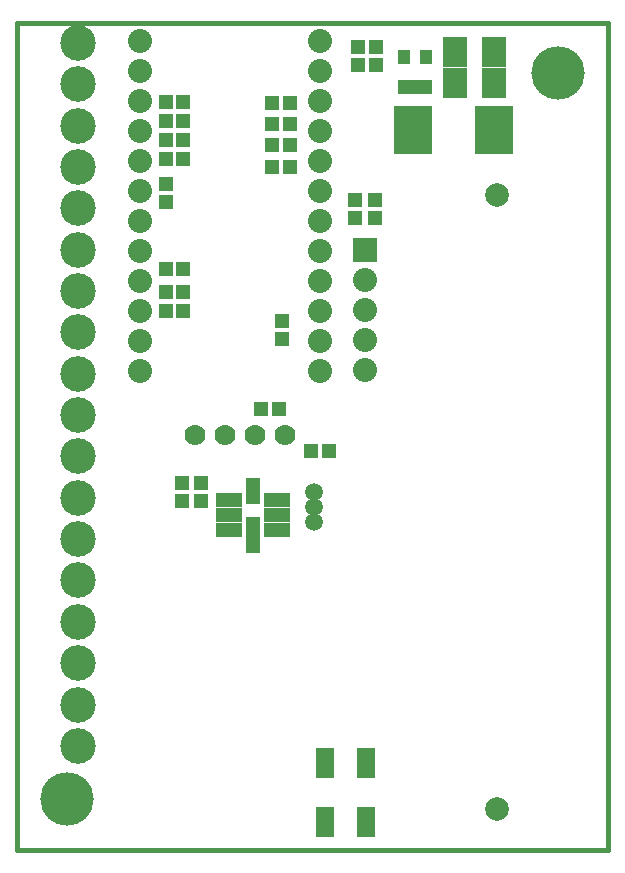
<source format=gts>
G04 (created by PCBNEW-RS274X (2010-05-05 BZR 2356)-stable) date Mon 25 Jun 2012 11:20:18 AM CEST*
G01*
G70*
G90*
%MOIN*%
G04 Gerber Fmt 3.4, Leading zero omitted, Abs format*
%FSLAX34Y34*%
G04 APERTURE LIST*
%ADD10C,0.000400*%
%ADD11C,0.015000*%
%ADD12C,0.177500*%
%ADD13R,0.085700X0.051500*%
%ADD14R,0.051500X0.085700*%
%ADD15R,0.051500X0.118400*%
%ADD16R,0.130000X0.160000*%
%ADD17R,0.050000X0.051000*%
%ADD18R,0.051000X0.050000*%
%ADD19R,0.080000X0.100000*%
%ADD20R,0.040000X0.050000*%
%ADD21R,0.080000X0.080000*%
%ADD22C,0.080000*%
%ADD23R,0.059400X0.098700*%
%ADD24C,0.059000*%
%ADD25C,0.070000*%
%ADD26C,0.118400*%
%ADD27C,0.079100*%
G04 APERTURE END LIST*
G54D10*
G54D11*
X74600Y-23250D02*
X74600Y-25250D01*
X94300Y-23250D02*
X74600Y-23250D01*
X94300Y-50825D02*
X94300Y-23250D01*
X92325Y-50825D02*
X94300Y-50825D01*
X74600Y-25225D02*
X74600Y-50825D01*
X74600Y-50825D02*
X92325Y-50825D01*
G54D12*
X92625Y-24925D03*
X76274Y-49125D03*
G54D13*
X83274Y-40165D03*
X83274Y-39665D03*
X83274Y-39165D03*
G54D14*
X82461Y-38852D03*
G54D13*
X81648Y-39165D03*
X81648Y-39665D03*
X81648Y-40165D03*
G54D15*
X82461Y-40315D03*
G54D16*
X87804Y-26811D03*
X90504Y-26811D03*
G54D17*
X85874Y-29751D03*
X85874Y-29161D03*
X86524Y-29161D03*
X86524Y-29751D03*
G54D18*
X85000Y-37539D03*
X84410Y-37539D03*
G54D17*
X80728Y-39193D03*
X80728Y-38603D03*
X80098Y-39193D03*
X80098Y-38603D03*
X83420Y-33205D03*
X83420Y-33795D03*
G54D18*
X82736Y-36142D03*
X83326Y-36142D03*
G54D19*
X89193Y-25256D03*
X90493Y-25256D03*
X89193Y-24213D03*
X90493Y-24213D03*
G54D20*
X87479Y-25402D03*
X88229Y-25402D03*
X87479Y-24402D03*
X87854Y-25402D03*
X88229Y-24402D03*
G54D21*
X86200Y-30840D03*
G54D22*
X86200Y-31840D03*
X86200Y-32840D03*
X86200Y-33840D03*
X86200Y-34840D03*
G54D23*
X86240Y-47933D03*
X86240Y-49901D03*
X84862Y-47933D03*
X84862Y-49901D03*
G54D24*
X84508Y-39390D03*
X84508Y-39890D03*
X84508Y-38890D03*
G54D18*
X85965Y-24055D03*
X86555Y-24055D03*
X85965Y-24665D03*
X86555Y-24665D03*
G54D22*
X78690Y-23850D03*
X78690Y-24850D03*
X78690Y-25850D03*
X78690Y-26850D03*
X78690Y-27850D03*
X78690Y-28850D03*
X78690Y-29850D03*
X78690Y-30850D03*
X78690Y-31850D03*
X78690Y-32850D03*
X78690Y-33850D03*
X78690Y-34850D03*
X84690Y-34850D03*
X84690Y-33850D03*
X84690Y-32850D03*
X84690Y-31850D03*
X84690Y-30850D03*
X84690Y-29850D03*
X84690Y-28850D03*
X84690Y-27850D03*
X84690Y-26850D03*
X84690Y-25850D03*
X84690Y-24850D03*
X84690Y-23850D03*
G54D25*
X83528Y-36983D03*
X82528Y-36983D03*
X81528Y-36983D03*
X80528Y-36983D03*
G54D18*
X79548Y-25906D03*
X80138Y-25906D03*
X79548Y-26535D03*
X80138Y-26535D03*
X79548Y-27795D03*
X80138Y-27795D03*
X79548Y-27165D03*
X80138Y-27165D03*
G54D17*
X79547Y-28642D03*
X79547Y-29232D03*
G54D18*
X79548Y-31457D03*
X80138Y-31457D03*
X83111Y-28071D03*
X83701Y-28071D03*
X83111Y-27343D03*
X83701Y-27343D03*
X83111Y-25925D03*
X83701Y-25925D03*
X83111Y-26634D03*
X83701Y-26634D03*
X79548Y-32854D03*
X80138Y-32854D03*
X79548Y-32224D03*
X80138Y-32224D03*
G54D26*
X76614Y-23937D03*
X76624Y-25308D03*
X76614Y-26693D03*
X76614Y-28071D03*
X76624Y-29442D03*
X76614Y-30827D03*
X76614Y-32205D03*
X76624Y-33576D03*
X76614Y-34961D03*
X76614Y-44606D03*
X76624Y-45977D03*
X76614Y-47362D03*
X76614Y-40472D03*
X76624Y-41843D03*
X76614Y-43228D03*
X76614Y-36339D03*
X76624Y-37710D03*
X76614Y-39095D03*
G54D27*
X90580Y-29004D03*
X90580Y-49476D03*
M02*

</source>
